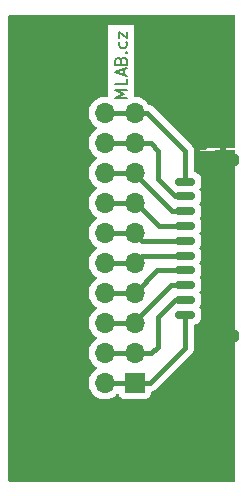
<source format=gbr>
%TF.GenerationSoftware,KiCad,Pcbnew,8.0.6+1*%
%TF.CreationDate,2024-11-07T23:08:08+00:00*%
%TF.ProjectId,GHxPIN01,47487850-494e-4303-912e-6b696361645f,rev?*%
%TF.SameCoordinates,Original*%
%TF.FileFunction,Copper,L1,Top*%
%TF.FilePolarity,Positive*%
%FSLAX46Y46*%
G04 Gerber Fmt 4.6, Leading zero omitted, Abs format (unit mm)*
G04 Created by KiCad (PCBNEW 8.0.6+1) date 2024-11-07 23:08:08*
%MOMM*%
%LPD*%
G01*
G04 APERTURE LIST*
G04 Aperture macros list*
%AMRoundRect*
0 Rectangle with rounded corners*
0 $1 Rounding radius*
0 $2 $3 $4 $5 $6 $7 $8 $9 X,Y pos of 4 corners*
0 Add a 4 corners polygon primitive as box body*
4,1,4,$2,$3,$4,$5,$6,$7,$8,$9,$2,$3,0*
0 Add four circle primitives for the rounded corners*
1,1,$1+$1,$2,$3*
1,1,$1+$1,$4,$5*
1,1,$1+$1,$6,$7*
1,1,$1+$1,$8,$9*
0 Add four rect primitives between the rounded corners*
20,1,$1+$1,$2,$3,$4,$5,0*
20,1,$1+$1,$4,$5,$6,$7,0*
20,1,$1+$1,$6,$7,$8,$9,0*
20,1,$1+$1,$8,$9,$2,$3,0*%
G04 Aperture macros list end*
%ADD10C,0.150000*%
%TA.AperFunction,NonConductor*%
%ADD11C,0.150000*%
%TD*%
%TA.AperFunction,ComponentPad*%
%ADD12C,6.000000*%
%TD*%
%TA.AperFunction,ComponentPad*%
%ADD13R,1.700000X1.700000*%
%TD*%
%TA.AperFunction,ComponentPad*%
%ADD14O,1.700000X1.700000*%
%TD*%
%TA.AperFunction,SMDPad,CuDef*%
%ADD15RoundRect,0.150000X0.700000X-0.150000X0.700000X0.150000X-0.700000X0.150000X-0.700000X-0.150000X0*%
%TD*%
%TA.AperFunction,SMDPad,CuDef*%
%ADD16RoundRect,0.250000X1.100000X-0.250000X1.100000X0.250000X-1.100000X0.250000X-1.100000X-0.250000X0*%
%TD*%
%TA.AperFunction,Conductor*%
%ADD17C,0.450000*%
%TD*%
G04 APERTURE END LIST*
D10*
D11*
X15668619Y38131980D02*
X14668619Y38131980D01*
X14668619Y38131980D02*
X15382904Y38465313D01*
X15382904Y38465313D02*
X14668619Y38798646D01*
X14668619Y38798646D02*
X15668619Y38798646D01*
X15668619Y39751027D02*
X15668619Y39274837D01*
X15668619Y39274837D02*
X14668619Y39274837D01*
X15382904Y40036742D02*
X15382904Y40512932D01*
X15668619Y39941504D02*
X14668619Y40274837D01*
X14668619Y40274837D02*
X15668619Y40608170D01*
X15144809Y41274837D02*
X15192428Y41417694D01*
X15192428Y41417694D02*
X15240047Y41465313D01*
X15240047Y41465313D02*
X15335285Y41512932D01*
X15335285Y41512932D02*
X15478142Y41512932D01*
X15478142Y41512932D02*
X15573380Y41465313D01*
X15573380Y41465313D02*
X15621000Y41417694D01*
X15621000Y41417694D02*
X15668619Y41322456D01*
X15668619Y41322456D02*
X15668619Y40941504D01*
X15668619Y40941504D02*
X14668619Y40941504D01*
X14668619Y40941504D02*
X14668619Y41274837D01*
X14668619Y41274837D02*
X14716238Y41370075D01*
X14716238Y41370075D02*
X14763857Y41417694D01*
X14763857Y41417694D02*
X14859095Y41465313D01*
X14859095Y41465313D02*
X14954333Y41465313D01*
X14954333Y41465313D02*
X15049571Y41417694D01*
X15049571Y41417694D02*
X15097190Y41370075D01*
X15097190Y41370075D02*
X15144809Y41274837D01*
X15144809Y41274837D02*
X15144809Y40941504D01*
X15573380Y41941504D02*
X15621000Y41989123D01*
X15621000Y41989123D02*
X15668619Y41941504D01*
X15668619Y41941504D02*
X15621000Y41893885D01*
X15621000Y41893885D02*
X15573380Y41941504D01*
X15573380Y41941504D02*
X15668619Y41941504D01*
X15621000Y42846265D02*
X15668619Y42751027D01*
X15668619Y42751027D02*
X15668619Y42560551D01*
X15668619Y42560551D02*
X15621000Y42465313D01*
X15621000Y42465313D02*
X15573380Y42417694D01*
X15573380Y42417694D02*
X15478142Y42370075D01*
X15478142Y42370075D02*
X15192428Y42370075D01*
X15192428Y42370075D02*
X15097190Y42417694D01*
X15097190Y42417694D02*
X15049571Y42465313D01*
X15049571Y42465313D02*
X15001952Y42560551D01*
X15001952Y42560551D02*
X15001952Y42751027D01*
X15001952Y42751027D02*
X15049571Y42846265D01*
X15001952Y43179599D02*
X15001952Y43703408D01*
X15001952Y43703408D02*
X15668619Y43179599D01*
X15668619Y43179599D02*
X15668619Y43703408D01*
D12*
%TO.P,M2,1*%
%TO.N,GND*%
X20320001Y40640000D03*
%TD*%
%TO.P,M4,1*%
%TO.N,GND*%
X20320001Y10160000D03*
%TD*%
%TO.P,M3,1*%
%TO.N,GND*%
X10160001Y10160000D03*
%TD*%
D13*
%TO.P,J7,1*%
%TO.N,Net-(J6-Pad1)*%
X16320000Y13970000D03*
D14*
%TO.P,J7,2*%
X13780000Y13970000D03*
%TO.P,J7,3*%
%TO.N,Net-(J6-Pad2)*%
X16320000Y16510000D03*
%TO.P,J7,4*%
X13780000Y16510000D03*
%TO.P,J7,5*%
%TO.N,Net-(J6-Pad3)*%
X16320000Y19050000D03*
%TO.P,J7,6*%
X13780000Y19050000D03*
%TO.P,J7,7*%
%TO.N,Net-(J6-Pad4)*%
X16320000Y21590000D03*
%TO.P,J7,8*%
X13780000Y21590000D03*
%TO.P,J7,9*%
%TO.N,Net-(J6-Pad5)*%
X16320000Y24130000D03*
%TO.P,J7,10*%
X13780000Y24130000D03*
%TO.P,J7,11*%
%TO.N,Net-(J6-Pad6)*%
X16320000Y26670000D03*
%TO.P,J7,12*%
X13780000Y26670000D03*
%TO.P,J7,13*%
%TO.N,Net-(J6-Pad7)*%
X16320000Y29210000D03*
%TO.P,J7,14*%
X13780000Y29210000D03*
%TO.P,J7,15*%
%TO.N,Net-(J6-Pad8)*%
X16320000Y31750000D03*
%TO.P,J7,16*%
X13780000Y31750000D03*
%TO.P,J7,17*%
%TO.N,Net-(J6-Pad9)*%
X16320000Y34290000D03*
%TO.P,J7,18*%
X13780000Y34290000D03*
%TO.P,J7,19*%
%TO.N,Net-(J6-Pad10)*%
X16320000Y36830000D03*
%TO.P,J7,20*%
X13780000Y36830000D03*
%TD*%
D12*
%TO.P,M1,1*%
%TO.N,GND*%
X10160001Y40640000D03*
%TD*%
D15*
%TO.P,J6,1*%
%TO.N,Net-(J6-Pad1)*%
X20600000Y19770000D03*
%TO.P,J6,2*%
%TO.N,Net-(J6-Pad2)*%
X20600000Y21020000D03*
%TO.P,J6,3*%
%TO.N,Net-(J6-Pad3)*%
X20600000Y22270000D03*
%TO.P,J6,4*%
%TO.N,Net-(J6-Pad4)*%
X20600000Y23520000D03*
%TO.P,J6,5*%
%TO.N,Net-(J6-Pad5)*%
X20600000Y24770000D03*
%TO.P,J6,6*%
%TO.N,Net-(J6-Pad6)*%
X20600000Y26020000D03*
%TO.P,J6,7*%
%TO.N,Net-(J6-Pad7)*%
X20600000Y27270000D03*
%TO.P,J6,8*%
%TO.N,Net-(J6-Pad8)*%
X20600000Y28520000D03*
%TO.P,J6,9*%
%TO.N,Net-(J6-Pad9)*%
X20600000Y29770000D03*
%TO.P,J6,10*%
%TO.N,Net-(J6-Pad10)*%
X20600000Y31020000D03*
D16*
%TO.P,J6,MP*%
%TO.N,GND*%
X23800000Y17920000D03*
X23800000Y32870000D03*
%TD*%
D17*
%TO.N,Net-(J6-Pad6)*%
X16970000Y26020000D02*
X16320000Y26670000D01*
X20600000Y26020000D02*
X16970000Y26020000D01*
X16320000Y26670000D02*
X13780000Y26670000D01*
%TO.N,Net-(J6-Pad2)*%
X20600000Y21020000D02*
X19760000Y21020000D01*
X18310000Y17060000D02*
X17730000Y16480000D01*
X17700000Y16510000D02*
X13780000Y16510000D01*
X19760000Y21020000D02*
X18310000Y19570000D01*
X17730000Y16480000D02*
X17700000Y16510000D01*
X18310000Y19570000D02*
X18310000Y17060000D01*
%TO.N,Net-(J6-Pad1)*%
X17600000Y13970000D02*
X13780000Y13970000D01*
X20600000Y19770000D02*
X20600000Y16970000D01*
X20600000Y16970000D02*
X17600000Y13970000D01*
%TO.N,Net-(J6-Pad9)*%
X18300000Y33660000D02*
X17670000Y34290000D01*
X16320000Y34290000D02*
X13780000Y34290000D01*
X19750001Y29770000D02*
X18300000Y31220001D01*
X17670000Y34290000D02*
X16320000Y34290000D01*
X20600000Y29770000D02*
X19750001Y29770000D01*
X18300000Y31220001D02*
X18300000Y33660000D01*
%TO.N,Net-(J6-Pad3)*%
X19400000Y22270000D02*
X16320000Y19190000D01*
X16320000Y19050000D02*
X13780000Y19050000D01*
X20600000Y22270000D02*
X19400000Y22270000D01*
X16320000Y19190000D02*
X16320000Y19050000D01*
%TO.N,Net-(J6-Pad5)*%
X16960000Y24770000D02*
X16320000Y24130000D01*
X20600000Y24770000D02*
X16960000Y24770000D01*
X13780000Y24130000D02*
X16320000Y24130000D01*
%TO.N,Net-(J6-Pad7)*%
X18370000Y27270000D02*
X16430000Y29210000D01*
X16430000Y29210000D02*
X13780000Y29210000D01*
X20600000Y27270000D02*
X18370000Y27270000D01*
%TO.N,Net-(J6-Pad8)*%
X20600000Y28520000D02*
X19510000Y28520000D01*
X16280000Y31750000D02*
X13780000Y31750000D01*
X19510000Y28520000D02*
X16280000Y31750000D01*
%TO.N,Net-(J6-Pad10)*%
X17370000Y36830000D02*
X13780000Y36830000D01*
X20600000Y33600000D02*
X17370000Y36830000D01*
X20600000Y31020000D02*
X20600000Y33600000D01*
%TO.N,Net-(J6-Pad4)*%
X16320000Y21590000D02*
X13780000Y21590000D01*
X18250000Y23520000D02*
X16320000Y21590000D01*
X20600000Y23520000D02*
X18250000Y23520000D01*
%TD*%
%TA.AperFunction,Conductor*%
%TO.N,GND*%
G36*
X24845501Y15861217D02*
G01*
X21380000Y15890000D01*
X21383437Y18944157D01*
X21405989Y18963698D01*
X21422890Y18969976D01*
X21563601Y19010855D01*
X21706807Y19095547D01*
X21824453Y19213193D01*
X21909145Y19356399D01*
X21955562Y19516169D01*
X21958500Y19553498D01*
X21958500Y19986502D01*
X21955562Y20023831D01*
X21909145Y20183601D01*
X21824453Y20326807D01*
X21824451Y20326809D01*
X21821453Y20331879D01*
X21804270Y20399603D01*
X21821453Y20458121D01*
X21877222Y20552421D01*
X21909145Y20606399D01*
X21955562Y20766169D01*
X21958500Y20803498D01*
X21958500Y21236502D01*
X21955562Y21273831D01*
X21909145Y21433601D01*
X21824453Y21576807D01*
X21824451Y21576809D01*
X21821453Y21581879D01*
X21804270Y21649603D01*
X21821453Y21708121D01*
X21877222Y21802421D01*
X21909145Y21856399D01*
X21955562Y22016169D01*
X21958500Y22053498D01*
X21958500Y22486502D01*
X21955562Y22523831D01*
X21909145Y22683601D01*
X21824453Y22826807D01*
X21824451Y22826809D01*
X21821453Y22831879D01*
X21804270Y22899603D01*
X21821453Y22958121D01*
X21877222Y23052421D01*
X21909145Y23106399D01*
X21955562Y23266169D01*
X21958500Y23303498D01*
X21958500Y23736502D01*
X21955562Y23773831D01*
X21909145Y23933601D01*
X21824453Y24076807D01*
X21824451Y24076809D01*
X21821453Y24081879D01*
X21804270Y24149603D01*
X21821453Y24208121D01*
X21877222Y24302421D01*
X21909145Y24356399D01*
X21955562Y24516169D01*
X21958500Y24553498D01*
X21958500Y24986502D01*
X21955562Y25023831D01*
X21909145Y25183601D01*
X21824453Y25326807D01*
X21824451Y25326809D01*
X21821453Y25331879D01*
X21804270Y25399603D01*
X21821453Y25458121D01*
X21877222Y25552421D01*
X21909145Y25606399D01*
X21955562Y25766169D01*
X21958500Y25803498D01*
X21958500Y26236502D01*
X21955562Y26273831D01*
X21909145Y26433601D01*
X21824453Y26576807D01*
X21824451Y26576809D01*
X21821453Y26581879D01*
X21804270Y26649603D01*
X21821453Y26708121D01*
X21831620Y26725312D01*
X21909145Y26856399D01*
X21955562Y27016169D01*
X21958500Y27053498D01*
X21958500Y27486502D01*
X21955562Y27523831D01*
X21909145Y27683601D01*
X21824453Y27826807D01*
X21824451Y27826809D01*
X21821453Y27831879D01*
X21804270Y27899603D01*
X21821453Y27958121D01*
X21831620Y27975312D01*
X21909145Y28106399D01*
X21955562Y28266169D01*
X21958500Y28303498D01*
X21958500Y28736502D01*
X21955562Y28773831D01*
X21909145Y28933601D01*
X21824453Y29076807D01*
X21824451Y29076809D01*
X21821453Y29081879D01*
X21804270Y29149603D01*
X21821453Y29208121D01*
X21824453Y29213193D01*
X21909145Y29356399D01*
X21955562Y29516169D01*
X21958500Y29553498D01*
X21958500Y29986502D01*
X21955562Y30023831D01*
X21909145Y30183601D01*
X21824453Y30326807D01*
X21824451Y30326809D01*
X21821453Y30331879D01*
X21804270Y30399603D01*
X21821453Y30458121D01*
X21824453Y30463193D01*
X21909145Y30606399D01*
X21955562Y30766169D01*
X21958500Y30803498D01*
X21958500Y31236502D01*
X21955562Y31273831D01*
X21909145Y31433601D01*
X21824453Y31576807D01*
X21824451Y31576809D01*
X21824448Y31576813D01*
X21706812Y31694449D01*
X21706803Y31694456D01*
X21563601Y31779145D01*
X21563596Y31779147D01*
X21422905Y31820021D01*
X21397947Y31835961D01*
X21400000Y33660000D01*
X24845501Y33671242D01*
X24845501Y15861217D01*
G37*
%TD.AperFunction*%
%TD*%
%TA.AperFunction,Conductor*%
%TO.N,GND*%
G36*
X24788540Y45145815D02*
G01*
X24834295Y45093011D01*
X24845501Y45041500D01*
X24845501Y33994000D01*
X24825816Y33926961D01*
X24773012Y33881206D01*
X24721501Y33870000D01*
X24050000Y33870000D01*
X24050000Y33668647D01*
X23550000Y33667015D01*
X23550000Y33870000D01*
X22650028Y33870000D01*
X22650012Y33869999D01*
X22547302Y33859506D01*
X22380880Y33804359D01*
X22380875Y33804357D01*
X22231654Y33712316D01*
X22181889Y33662552D01*
X21400000Y33660000D01*
X21397947Y31835961D01*
X21364020Y31857627D01*
X21334813Y31921099D01*
X21333500Y31939097D01*
X21333500Y33672244D01*
X21333499Y33672248D01*
X21307221Y33804357D01*
X21305312Y33813954D01*
X21250019Y33947442D01*
X21250018Y33947444D01*
X21250018Y33947445D01*
X21169748Y34067578D01*
X21169742Y34067585D01*
X21064483Y34172844D01*
X21064452Y34172873D01*
X17944087Y37293238D01*
X17944067Y37293260D01*
X17837581Y37399746D01*
X17819454Y37411858D01*
X17765562Y37447867D01*
X17765560Y37447868D01*
X17765560Y37447869D01*
X17717448Y37480016D01*
X17717444Y37480018D01*
X17717445Y37480018D01*
X17717443Y37480019D01*
X17678344Y37496214D01*
X17678342Y37496215D01*
X17678341Y37496216D01*
X17583954Y37535312D01*
X17583948Y37535314D01*
X17517807Y37548470D01*
X17455896Y37580855D01*
X17438190Y37602266D01*
X17395721Y37667270D01*
X17243243Y37832903D01*
X17243238Y37832908D01*
X17065577Y37971188D01*
X17065572Y37971192D01*
X16867580Y38078339D01*
X16867577Y38078341D01*
X16867574Y38078342D01*
X16867571Y38078343D01*
X16867569Y38078344D01*
X16654637Y38151444D01*
X16432569Y38188500D01*
X16382326Y38188500D01*
X16315287Y38208185D01*
X16269532Y38260989D01*
X16258326Y38312500D01*
X16258326Y44293115D01*
X14079263Y44293115D01*
X14079263Y38303754D01*
X14059578Y38236715D01*
X14006774Y38190960D01*
X13937616Y38181016D01*
X13934856Y38181445D01*
X13892572Y38188500D01*
X13892569Y38188500D01*
X13667431Y38188500D01*
X13445362Y38151444D01*
X13232430Y38078344D01*
X13232419Y38078339D01*
X13034427Y37971192D01*
X13034422Y37971188D01*
X12856761Y37832908D01*
X12856756Y37832903D01*
X12704284Y37667277D01*
X12704276Y37667266D01*
X12581140Y37478793D01*
X12490703Y37272615D01*
X12435436Y37054372D01*
X12435434Y37054360D01*
X12416844Y36830006D01*
X12416844Y36829995D01*
X12435434Y36605641D01*
X12435436Y36605629D01*
X12490703Y36387386D01*
X12581140Y36181208D01*
X12704276Y35992735D01*
X12704284Y35992724D01*
X12856756Y35827098D01*
X12856761Y35827093D01*
X12875731Y35812328D01*
X13034424Y35688811D01*
X13034429Y35688809D01*
X13034431Y35688807D01*
X13070930Y35669054D01*
X13120520Y35619835D01*
X13135628Y35551618D01*
X13111457Y35486063D01*
X13070930Y35450946D01*
X13034431Y35431194D01*
X13034422Y35431188D01*
X12856761Y35292908D01*
X12856756Y35292903D01*
X12704284Y35127277D01*
X12704276Y35127266D01*
X12581140Y34938793D01*
X12490703Y34732615D01*
X12435436Y34514372D01*
X12435434Y34514360D01*
X12416844Y34290006D01*
X12416844Y34289995D01*
X12435434Y34065641D01*
X12435436Y34065629D01*
X12490703Y33847386D01*
X12581140Y33641208D01*
X12704276Y33452735D01*
X12704284Y33452724D01*
X12856756Y33287098D01*
X12856761Y33287093D01*
X12911082Y33244813D01*
X13034424Y33148811D01*
X13034429Y33148809D01*
X13034431Y33148807D01*
X13070930Y33129054D01*
X13120520Y33079835D01*
X13135628Y33011618D01*
X13111457Y32946063D01*
X13070930Y32910946D01*
X13034431Y32891194D01*
X13034422Y32891188D01*
X12856761Y32752908D01*
X12856756Y32752903D01*
X12704284Y32587277D01*
X12704276Y32587266D01*
X12581140Y32398793D01*
X12490703Y32192615D01*
X12435436Y31974372D01*
X12435434Y31974360D01*
X12416844Y31750006D01*
X12416844Y31749995D01*
X12435434Y31525641D01*
X12435436Y31525629D01*
X12490703Y31307386D01*
X12581140Y31101208D01*
X12704276Y30912735D01*
X12704284Y30912724D01*
X12856756Y30747098D01*
X12856760Y30747094D01*
X13034424Y30608811D01*
X13034429Y30608809D01*
X13034431Y30608807D01*
X13070930Y30589054D01*
X13120520Y30539835D01*
X13135628Y30471618D01*
X13111457Y30406063D01*
X13070930Y30370946D01*
X13034431Y30351194D01*
X13034422Y30351188D01*
X12856761Y30212908D01*
X12856756Y30212903D01*
X12704284Y30047277D01*
X12704276Y30047266D01*
X12581140Y29858793D01*
X12490703Y29652615D01*
X12435436Y29434372D01*
X12435434Y29434360D01*
X12416844Y29210006D01*
X12416844Y29209995D01*
X12435434Y28985641D01*
X12435436Y28985629D01*
X12490703Y28767386D01*
X12581140Y28561208D01*
X12704276Y28372735D01*
X12704284Y28372724D01*
X12856756Y28207098D01*
X12856760Y28207094D01*
X13034424Y28068811D01*
X13034429Y28068809D01*
X13034431Y28068807D01*
X13070930Y28049054D01*
X13120520Y27999835D01*
X13135628Y27931618D01*
X13111457Y27866063D01*
X13070930Y27830946D01*
X13034431Y27811194D01*
X13034422Y27811188D01*
X12856761Y27672908D01*
X12856756Y27672903D01*
X12704284Y27507277D01*
X12704276Y27507266D01*
X12581140Y27318793D01*
X12490703Y27112615D01*
X12435436Y26894372D01*
X12435434Y26894360D01*
X12416844Y26670006D01*
X12416844Y26669995D01*
X12435434Y26445641D01*
X12435436Y26445629D01*
X12490703Y26227386D01*
X12581140Y26021208D01*
X12704276Y25832735D01*
X12704284Y25832724D01*
X12856756Y25667098D01*
X12856760Y25667094D01*
X13034424Y25528811D01*
X13034429Y25528809D01*
X13034431Y25528807D01*
X13070930Y25509054D01*
X13120520Y25459835D01*
X13135628Y25391618D01*
X13111457Y25326063D01*
X13070930Y25290946D01*
X13034431Y25271194D01*
X13034422Y25271188D01*
X12856761Y25132908D01*
X12856756Y25132903D01*
X12704284Y24967277D01*
X12704276Y24967266D01*
X12581140Y24778793D01*
X12490703Y24572615D01*
X12435436Y24354372D01*
X12435434Y24354360D01*
X12416844Y24130006D01*
X12416844Y24129995D01*
X12435434Y23905641D01*
X12435436Y23905629D01*
X12490703Y23687386D01*
X12581140Y23481208D01*
X12704276Y23292735D01*
X12704284Y23292724D01*
X12856756Y23127098D01*
X12856761Y23127093D01*
X12915981Y23081000D01*
X13034424Y22988811D01*
X13034429Y22988809D01*
X13034431Y22988807D01*
X13070930Y22969054D01*
X13120520Y22919835D01*
X13135628Y22851618D01*
X13111457Y22786063D01*
X13070930Y22750946D01*
X13034431Y22731194D01*
X13034422Y22731188D01*
X12856761Y22592908D01*
X12856756Y22592903D01*
X12704284Y22427277D01*
X12704276Y22427266D01*
X12581140Y22238793D01*
X12490703Y22032615D01*
X12435436Y21814372D01*
X12435434Y21814360D01*
X12416844Y21590006D01*
X12416844Y21589995D01*
X12435434Y21365641D01*
X12435436Y21365629D01*
X12490703Y21147386D01*
X12581140Y20941208D01*
X12704276Y20752735D01*
X12704284Y20752724D01*
X12838988Y20606399D01*
X12856760Y20587094D01*
X13034424Y20448811D01*
X13034429Y20448809D01*
X13034431Y20448807D01*
X13070930Y20429054D01*
X13120520Y20379835D01*
X13135628Y20311618D01*
X13111457Y20246063D01*
X13070930Y20210946D01*
X13034431Y20191194D01*
X13034422Y20191188D01*
X12856761Y20052908D01*
X12856756Y20052903D01*
X12704284Y19887277D01*
X12704276Y19887266D01*
X12581140Y19698793D01*
X12490703Y19492615D01*
X12435436Y19274372D01*
X12435434Y19274360D01*
X12416844Y19050006D01*
X12416844Y19049995D01*
X12435434Y18825641D01*
X12435436Y18825629D01*
X12490703Y18607386D01*
X12581140Y18401208D01*
X12704276Y18212735D01*
X12704284Y18212724D01*
X12816042Y18091325D01*
X12856760Y18047094D01*
X13034424Y17908811D01*
X13034429Y17908809D01*
X13034431Y17908807D01*
X13070930Y17889054D01*
X13120520Y17839835D01*
X13135628Y17771618D01*
X13111457Y17706063D01*
X13070930Y17670946D01*
X13034431Y17651194D01*
X13034422Y17651188D01*
X12856761Y17512908D01*
X12856756Y17512903D01*
X12704284Y17347277D01*
X12704276Y17347266D01*
X12581140Y17158793D01*
X12490703Y16952615D01*
X12435436Y16734372D01*
X12435434Y16734360D01*
X12416844Y16510006D01*
X12416844Y16509995D01*
X12435434Y16285641D01*
X12435436Y16285629D01*
X12490703Y16067386D01*
X12581140Y15861208D01*
X12704276Y15672735D01*
X12704284Y15672724D01*
X12849488Y15514993D01*
X12856760Y15507094D01*
X13034424Y15368811D01*
X13034429Y15368809D01*
X13034431Y15368807D01*
X13070930Y15349054D01*
X13120520Y15299835D01*
X13135628Y15231618D01*
X13111457Y15166063D01*
X13070930Y15130946D01*
X13034431Y15111194D01*
X13034422Y15111188D01*
X12856761Y14972908D01*
X12856756Y14972903D01*
X12704284Y14807277D01*
X12704276Y14807266D01*
X12581140Y14618793D01*
X12490703Y14412615D01*
X12435436Y14194372D01*
X12435434Y14194360D01*
X12416844Y13970006D01*
X12416844Y13969995D01*
X12435434Y13745641D01*
X12435436Y13745629D01*
X12490703Y13527386D01*
X12581140Y13321208D01*
X12704276Y13132735D01*
X12704284Y13132724D01*
X12830967Y12995112D01*
X12856760Y12967094D01*
X13034424Y12828811D01*
X13034425Y12828811D01*
X13034427Y12828809D01*
X13161135Y12760239D01*
X13232426Y12721658D01*
X13445365Y12648556D01*
X13667431Y12611500D01*
X13892569Y12611500D01*
X14114635Y12648556D01*
X14327574Y12721658D01*
X14525576Y12828811D01*
X14703240Y12967094D01*
X14766452Y13035761D01*
X14826337Y13071750D01*
X14896175Y13069651D01*
X14953791Y13030127D01*
X14973861Y12995112D01*
X15019111Y12873796D01*
X15106739Y12756739D01*
X15223796Y12669111D01*
X15360799Y12618011D01*
X15388050Y12615082D01*
X15421345Y12611501D01*
X15421362Y12611500D01*
X17218638Y12611500D01*
X17218654Y12611501D01*
X17245692Y12614409D01*
X17279201Y12618011D01*
X17416204Y12669111D01*
X17533261Y12756739D01*
X17620889Y12873796D01*
X17671989Y13010799D01*
X17675591Y13044308D01*
X17678499Y13071346D01*
X17678500Y13071363D01*
X17678500Y13135981D01*
X17698185Y13203020D01*
X17750989Y13248775D01*
X17778304Y13257598D01*
X17813954Y13264688D01*
X17908344Y13303787D01*
X17947443Y13319981D01*
X17995562Y13352134D01*
X18067579Y13400253D01*
X18169747Y13502421D01*
X18169747Y13502423D01*
X18179951Y13512626D01*
X18179954Y13512631D01*
X21169747Y16502421D01*
X21218519Y16575414D01*
X21250018Y16622556D01*
X21250018Y16622557D01*
X21250019Y16622558D01*
X21305312Y16756046D01*
X21333500Y16897757D01*
X21333500Y17042244D01*
X21333500Y18850904D01*
X21353185Y18917943D01*
X21383437Y18944157D01*
X21380000Y15890000D01*
X24845501Y15861217D01*
X24845501Y5758500D01*
X24825816Y5691461D01*
X24773012Y5645706D01*
X24721501Y5634500D01*
X5758501Y5634500D01*
X5691462Y5654185D01*
X5645707Y5706989D01*
X5634501Y5758500D01*
X5634501Y45041500D01*
X5654186Y45108539D01*
X5706990Y45154294D01*
X5758501Y45165500D01*
X24721501Y45165500D01*
X24788540Y45145815D01*
G37*
%TD.AperFunction*%
%TD*%
M02*

</source>
